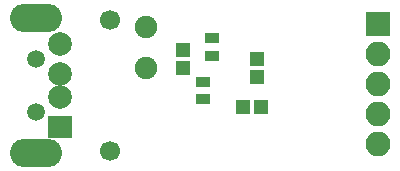
<source format=gbr>
G04 #@! TF.FileFunction,Soldermask,Bot*
%FSLAX46Y46*%
G04 Gerber Fmt 4.6, Leading zero omitted, Abs format (unit mm)*
G04 Created by KiCad (PCBNEW 4.0.7-e2-6376~61~ubuntu18.04.1) date Fri Aug 31 14:25:44 2018*
%MOMM*%
%LPD*%
G01*
G04 APERTURE LIST*
%ADD10C,0.100000*%
%ADD11R,2.100000X2.100000*%
%ADD12O,2.100000X2.100000*%
%ADD13C,1.900000*%
%ADD14R,1.150000X1.200000*%
%ADD15R,1.200000X1.150000*%
%ADD16R,1.300000X0.900000*%
%ADD17C,1.500000*%
%ADD18C,2.000000*%
%ADD19R,2.000000X1.900000*%
%ADD20O,4.400000X2.400000*%
%ADD21C,1.700000*%
G04 APERTURE END LIST*
D10*
D11*
X131826000Y-87630000D03*
D12*
X131826000Y-90170000D03*
X131826000Y-92710000D03*
X131826000Y-95250000D03*
X131826000Y-97790000D03*
D13*
X112141000Y-91313000D03*
X112141000Y-87884000D03*
D14*
X115316000Y-89801000D03*
X115316000Y-91301000D03*
D15*
X121908000Y-94615000D03*
X120408000Y-94615000D03*
D14*
X121539000Y-92063000D03*
X121539000Y-90563000D03*
D16*
X117729000Y-88785000D03*
X117729000Y-90285000D03*
X116967000Y-93968000D03*
X116967000Y-92468000D03*
D17*
X102800000Y-90550000D03*
X102800000Y-95050000D03*
D18*
X104900000Y-91800000D03*
X104900000Y-89300000D03*
X104900000Y-93800000D03*
D19*
X104900000Y-96300000D03*
D20*
X102800000Y-98500000D03*
X102800000Y-87100000D03*
D21*
X109100000Y-87255000D03*
X109100000Y-98345000D03*
M02*

</source>
